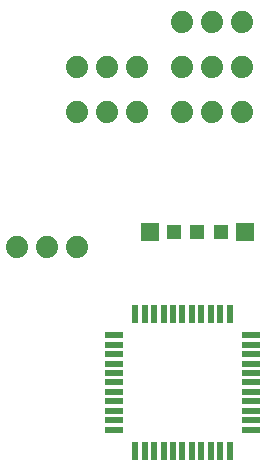
<source format=gbr>
G04 EAGLE Gerber RS-274X export*
G75*
%MOMM*%
%FSLAX34Y34*%
%LPD*%
%INTop Copper*%
%IPPOS*%
%AMOC8*
5,1,8,0,0,1.08239X$1,22.5*%
G01*
%ADD10C,1.879600*%
%ADD11R,1.500000X0.500000*%
%ADD12R,0.500000X1.500000*%
%ADD13R,1.508000X1.508000*%
%ADD14R,1.308000X1.308000*%


D10*
X254000Y355600D03*
X279400Y355600D03*
X304800Y355600D03*
X393700Y469900D03*
X419100Y469900D03*
X444500Y469900D03*
X304800Y469900D03*
X330200Y469900D03*
X355600Y469900D03*
X393700Y508000D03*
X419100Y508000D03*
X444500Y508000D03*
X304800Y508000D03*
X330200Y508000D03*
X355600Y508000D03*
X393700Y546100D03*
X419100Y546100D03*
X444500Y546100D03*
D11*
X335700Y281300D03*
X335700Y273300D03*
X335700Y265300D03*
X335700Y257300D03*
X335700Y249300D03*
X335700Y241300D03*
X335700Y233300D03*
X335700Y225300D03*
X335700Y217300D03*
X335700Y209300D03*
X335700Y201300D03*
D12*
X353700Y183300D03*
X361700Y183300D03*
X369700Y183300D03*
X377700Y183300D03*
X385700Y183300D03*
X393700Y183300D03*
X401700Y183300D03*
X409700Y183300D03*
X417700Y183300D03*
X425700Y183300D03*
X433700Y183300D03*
D11*
X451700Y201300D03*
X451700Y209300D03*
X451700Y217300D03*
X451700Y225300D03*
X451700Y233300D03*
X451700Y241300D03*
X451700Y249300D03*
X451700Y257300D03*
X451700Y265300D03*
X451700Y273300D03*
X451700Y281300D03*
D12*
X433700Y299300D03*
X425700Y299300D03*
X417700Y299300D03*
X409700Y299300D03*
X401700Y299300D03*
X393700Y299300D03*
X385700Y299300D03*
X377700Y299300D03*
X369700Y299300D03*
X361700Y299300D03*
X353700Y299300D03*
D13*
X366400Y368300D03*
X446400Y368300D03*
D14*
X386400Y368300D03*
X406400Y368300D03*
X426400Y368300D03*
M02*

</source>
